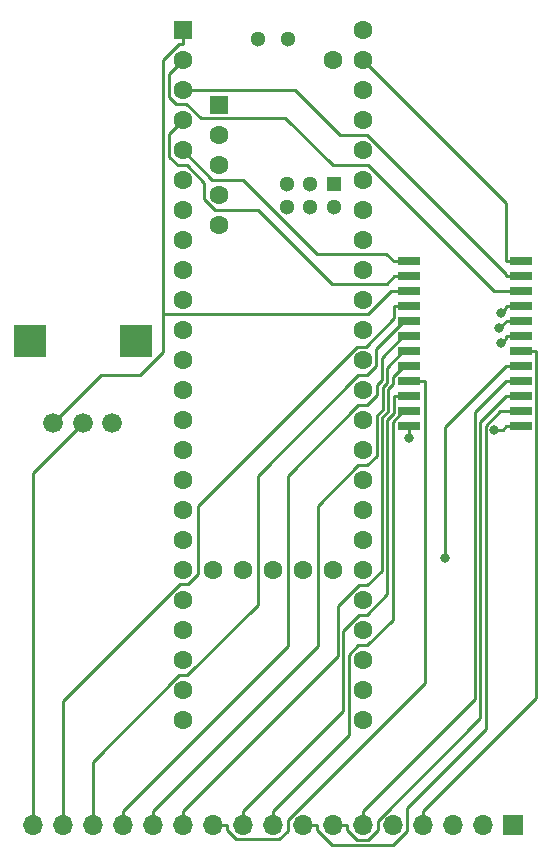
<source format=gbr>
%TF.GenerationSoftware,KiCad,Pcbnew,7.0.2-0*%
%TF.CreationDate,2023-11-12T18:20:12-05:00*%
%TF.ProjectId,Mux Module CD74HCT4067M,4d757820-4d6f-4647-956c-652043443734,rev?*%
%TF.SameCoordinates,Original*%
%TF.FileFunction,Copper,L1,Top*%
%TF.FilePolarity,Positive*%
%FSLAX46Y46*%
G04 Gerber Fmt 4.6, Leading zero omitted, Abs format (unit mm)*
G04 Created by KiCad (PCBNEW 7.0.2-0) date 2023-11-12 18:20:12*
%MOMM*%
%LPD*%
G01*
G04 APERTURE LIST*
%TA.AperFunction,SMDPad,CuDef*%
%ADD10R,1.950000X0.650000*%
%TD*%
%TA.AperFunction,ComponentPad*%
%ADD11C,1.600000*%
%TD*%
%TA.AperFunction,ComponentPad*%
%ADD12R,1.600000X1.600000*%
%TD*%
%TA.AperFunction,ComponentPad*%
%ADD13R,1.300000X1.300000*%
%TD*%
%TA.AperFunction,ComponentPad*%
%ADD14C,1.300000*%
%TD*%
%TA.AperFunction,ComponentPad*%
%ADD15C,1.676400*%
%TD*%
%TA.AperFunction,ComponentPad*%
%ADD16R,2.800000X2.800000*%
%TD*%
%TA.AperFunction,ComponentPad*%
%ADD17R,1.700000X1.700000*%
%TD*%
%TA.AperFunction,ComponentPad*%
%ADD18O,1.700000X1.700000*%
%TD*%
%TA.AperFunction,ViaPad*%
%ADD19C,0.800000*%
%TD*%
%TA.AperFunction,Conductor*%
%ADD20C,0.250000*%
%TD*%
G04 APERTURE END LIST*
D10*
%TO.P,IC1,1,COMMON_INPUT/OUTPUT*%
%TO.N,Common I{slash}O*%
X170880600Y-60209100D03*
%TO.P,IC1,2,I7*%
%TO.N,i7*%
X170880600Y-58939100D03*
%TO.P,IC1,3,I6*%
%TO.N,i6*%
X170880600Y-57669100D03*
%TO.P,IC1,4,I5*%
%TO.N,i5*%
X170880600Y-56399100D03*
%TO.P,IC1,5,I4*%
%TO.N,i4*%
X170880600Y-55129100D03*
%TO.P,IC1,6,I3*%
%TO.N,i3*%
X170880600Y-53859100D03*
%TO.P,IC1,7,I2*%
%TO.N,i2*%
X170880600Y-52589100D03*
%TO.P,IC1,8,I1*%
%TO.N,i1*%
X170880600Y-51319100D03*
%TO.P,IC1,9,I0*%
%TO.N,i0*%
X170880600Y-50049100D03*
%TO.P,IC1,10,S0*%
%TO.N,S0*%
X170880600Y-48779100D03*
%TO.P,IC1,11,S1*%
%TO.N,S1*%
X170880600Y-47509100D03*
%TO.P,IC1,12,GND*%
%TO.N,GND*%
X170880600Y-46239100D03*
%TO.P,IC1,13,S3*%
%TO.N,S3*%
X161430600Y-46239100D03*
%TO.P,IC1,14,S2*%
%TO.N,S2*%
X161430600Y-47509100D03*
%TO.P,IC1,15,~{E}*%
%TO.N,GND*%
X161430600Y-48779100D03*
%TO.P,IC1,16,I15*%
%TO.N,i15*%
X161430600Y-50049100D03*
%TO.P,IC1,17,I14*%
%TO.N,i14*%
X161430600Y-51319100D03*
%TO.P,IC1,18,I13*%
%TO.N,i13*%
X161430600Y-52589100D03*
%TO.P,IC1,19,I12*%
%TO.N,i12*%
X161430600Y-53859100D03*
%TO.P,IC1,20,I11*%
%TO.N,i11*%
X161430600Y-55129100D03*
%TO.P,IC1,21,I10*%
%TO.N,i10*%
X161430600Y-56399100D03*
%TO.P,IC1,22,I9*%
%TO.N,i9*%
X161430600Y-57669100D03*
%TO.P,IC1,23,I8*%
%TO.N,i8*%
X161430600Y-58939100D03*
%TO.P,IC1,24,VCC*%
%TO.N,+3.3V*%
X161430600Y-60209100D03*
%TD*%
D11*
%TO.P,U1,49,VUSB*%
%TO.N,unconnected-(U1-VUSB-Pad49)*%
X154940000Y-29210000D03*
%TO.P,U1,59,GND*%
%TO.N,unconnected-(U1-GND-Pad59)*%
X145290800Y-43129200D03*
%TO.P,U1,58,GND*%
%TO.N,unconnected-(U1-GND-Pad58)*%
X145290800Y-40589200D03*
%TO.P,U1,57,D+*%
%TO.N,unconnected-(U1-D+-Pad57)*%
X145290800Y-38049200D03*
%TO.P,U1,56,D-*%
%TO.N,unconnected-(U1-D--Pad56)*%
X145290800Y-35509200D03*
D12*
%TO.P,U1,55,5V*%
%TO.N,unconnected-(U1-5V-Pad55)*%
X145290800Y-32969200D03*
D11*
%TO.P,U1,48,VIN*%
%TO.N,unconnected-(U1-VIN-Pad48)*%
X157480000Y-26670000D03*
%TO.P,U1,47,GND*%
%TO.N,GND*%
X157480000Y-29210000D03*
%TO.P,U1,46,3V3*%
%TO.N,+3.3V*%
X157480000Y-31750000D03*
%TO.P,U1,45,23_A9_CRX1_MCLK1*%
%TO.N,unconnected-(U1-23_A9_CRX1_MCLK1-Pad45)*%
X157480000Y-34290000D03*
%TO.P,U1,44,22_A8_CTX1*%
%TO.N,unconnected-(U1-22_A8_CTX1-Pad44)*%
X157480000Y-36830000D03*
%TO.P,U1,43,21_A7_RX5_BCLK1*%
%TO.N,unconnected-(U1-21_A7_RX5_BCLK1-Pad43)*%
X157480000Y-39370000D03*
%TO.P,U1,42,20_A6_TX5_LRCLK1*%
%TO.N,unconnected-(U1-20_A6_TX5_LRCLK1-Pad42)*%
X157480000Y-41910000D03*
%TO.P,U1,41,19_A5_SCL*%
%TO.N,unconnected-(U1-19_A5_SCL-Pad41)*%
X157480000Y-44450000D03*
%TO.P,U1,40,18_A4_SDA*%
%TO.N,unconnected-(U1-18_A4_SDA-Pad40)*%
X157480000Y-46990000D03*
%TO.P,U1,39,17_A3_TX4_SDA1*%
%TO.N,unconnected-(U1-17_A3_TX4_SDA1-Pad39)*%
X157480000Y-49530000D03*
%TO.P,U1,38,16_A2_RX4_SCL1*%
%TO.N,unconnected-(U1-16_A2_RX4_SCL1-Pad38)*%
X157480000Y-52070000D03*
%TO.P,U1,37,15_A1_RX3_SPDIF_IN*%
%TO.N,unconnected-(U1-15_A1_RX3_SPDIF_IN-Pad37)*%
X157480000Y-54610000D03*
%TO.P,U1,36,14_A0_TX3_SPDIF_OUT*%
%TO.N,Common I{slash}O*%
X157480000Y-57150000D03*
%TO.P,U1,35,13_SCK_LED*%
%TO.N,unconnected-(U1-13_SCK_LED-Pad35)*%
X157480000Y-59690000D03*
D12*
%TO.P,U1,1,GND*%
%TO.N,GND*%
X142240000Y-26670000D03*
D11*
%TO.P,U1,2,0_RX1_CRX2_CS1*%
%TO.N,S0*%
X142240000Y-29210000D03*
%TO.P,U1,3,1_TX1_CTX2_MISO1*%
%TO.N,S1*%
X142240000Y-31750000D03*
%TO.P,U1,4,2_OUT2*%
%TO.N,S2*%
X142240000Y-34290000D03*
%TO.P,U1,5,3_LRCLK2*%
%TO.N,S3*%
X142240000Y-36830000D03*
%TO.P,U1,6,4_BCLK2*%
%TO.N,unconnected-(U1-4_BCLK2-Pad6)*%
X142240000Y-39370000D03*
%TO.P,U1,7,5_IN2*%
%TO.N,unconnected-(U1-5_IN2-Pad7)*%
X142240000Y-41910000D03*
%TO.P,U1,8,6_OUT1D*%
%TO.N,unconnected-(U1-6_OUT1D-Pad8)*%
X142240000Y-44450000D03*
%TO.P,U1,9,7_RX2_OUT1A*%
%TO.N,unconnected-(U1-7_RX2_OUT1A-Pad9)*%
X142240000Y-46990000D03*
%TO.P,U1,10,8_TX2_IN1*%
%TO.N,unconnected-(U1-8_TX2_IN1-Pad10)*%
X142240000Y-49530000D03*
%TO.P,U1,11,9_OUT1C*%
%TO.N,unconnected-(U1-9_OUT1C-Pad11)*%
X142240000Y-52070000D03*
%TO.P,U1,12,10_CS_MQSR*%
%TO.N,unconnected-(U1-10_CS_MQSR-Pad12)*%
X142240000Y-54610000D03*
%TO.P,U1,13,11_MOSI_CTX1*%
%TO.N,unconnected-(U1-11_MOSI_CTX1-Pad13)*%
X142240000Y-57150000D03*
%TO.P,U1,34,GND*%
%TO.N,GND*%
X157480000Y-62230000D03*
%TO.P,U1,33,41_A17*%
%TO.N,unconnected-(U1-41_A17-Pad33)*%
X157480000Y-64770000D03*
%TO.P,U1,32,40_A16*%
%TO.N,unconnected-(U1-40_A16-Pad32)*%
X157480000Y-67310000D03*
%TO.P,U1,31,39_MISO1_OUT1A*%
%TO.N,unconnected-(U1-39_MISO1_OUT1A-Pad31)*%
X157480000Y-69850000D03*
%TO.P,U1,30,38_CS1_IN1*%
%TO.N,unconnected-(U1-38_CS1_IN1-Pad30)*%
X157480000Y-72390000D03*
%TO.P,U1,29,37_CS*%
%TO.N,unconnected-(U1-37_CS-Pad29)*%
X157480000Y-74930000D03*
%TO.P,U1,28,36_CS*%
%TO.N,unconnected-(U1-36_CS-Pad28)*%
X157480000Y-77470000D03*
%TO.P,U1,27,35_TX8*%
%TO.N,unconnected-(U1-35_TX8-Pad27)*%
X157480000Y-80010000D03*
%TO.P,U1,26,34_RX8*%
%TO.N,unconnected-(U1-34_RX8-Pad26)*%
X157480000Y-82550000D03*
%TO.P,U1,25,33_MCLK2*%
%TO.N,unconnected-(U1-33_MCLK2-Pad25)*%
X157480000Y-85090000D03*
%TO.P,U1,24,32_OUT1B*%
%TO.N,unconnected-(U1-32_OUT1B-Pad24)*%
X142240000Y-85090000D03*
%TO.P,U1,23,31_CTX3*%
%TO.N,unconnected-(U1-31_CTX3-Pad23)*%
X142240000Y-82550000D03*
%TO.P,U1,22,30_CRX3*%
%TO.N,unconnected-(U1-30_CRX3-Pad22)*%
X142240000Y-80010000D03*
%TO.P,U1,21,29_TX7*%
%TO.N,unconnected-(U1-29_TX7-Pad21)*%
X142240000Y-77470000D03*
%TO.P,U1,14,12_MISO_MQSL*%
%TO.N,unconnected-(U1-12_MISO_MQSL-Pad14)*%
X142240000Y-59690000D03*
%TO.P,U1,15,3V3*%
%TO.N,+3.3V*%
X142240000Y-62230000D03*
%TO.P,U1,16,24_A10_TX6_SCL2*%
%TO.N,unconnected-(U1-24_A10_TX6_SCL2-Pad16)*%
X142240000Y-64770000D03*
%TO.P,U1,20,28_RX7*%
%TO.N,unconnected-(U1-28_RX7-Pad20)*%
X142240000Y-74930000D03*
%TO.P,U1,19,27_A13_SCK1*%
%TO.N,unconnected-(U1-27_A13_SCK1-Pad19)*%
X142240000Y-72390000D03*
%TO.P,U1,18,26_A12_MOSI1*%
%TO.N,unconnected-(U1-26_A12_MOSI1-Pad18)*%
X142240000Y-69850000D03*
%TO.P,U1,17,25_A11_RX6_SDA2*%
%TO.N,unconnected-(U1-25_A11_RX6_SDA2-Pad17)*%
X142240000Y-67310000D03*
D13*
%TO.P,U1,60,R+*%
%TO.N,unconnected-(U1-R+-Pad60)*%
X155041600Y-39640000D03*
D14*
%TO.P,U1,65,R-*%
%TO.N,unconnected-(U1-R--Pad65)*%
X155041600Y-41640000D03*
%TO.P,U1,61,LED*%
%TO.N,unconnected-(U1-LED-Pad61)*%
X153041600Y-39640000D03*
%TO.P,U1,64,GND*%
%TO.N,unconnected-(U1-GND-Pad64)*%
X153041600Y-41640000D03*
%TO.P,U1,63,T+*%
%TO.N,unconnected-(U1-T+-Pad63)*%
X151041600Y-41640000D03*
%TO.P,U1,62,T-*%
%TO.N,unconnected-(U1-T--Pad62)*%
X151041600Y-39640000D03*
D11*
%TO.P,U1,50,VBAT*%
%TO.N,unconnected-(U1-VBAT-Pad50)*%
X144780000Y-72390000D03*
%TO.P,U1,51,3V3*%
%TO.N,unconnected-(U1-3V3-Pad51)*%
X147320000Y-72390000D03*
%TO.P,U1,52,GND*%
%TO.N,unconnected-(U1-GND-Pad52)*%
X149860000Y-72390000D03*
%TO.P,U1,53,PROGRAM*%
%TO.N,unconnected-(U1-PROGRAM-Pad53)*%
X152400000Y-72390000D03*
%TO.P,U1,54,ON_OFF*%
%TO.N,unconnected-(U1-ON_OFF-Pad54)*%
X154940000Y-72390000D03*
D14*
%TO.P,U1,67,D+*%
%TO.N,unconnected-(U1-D+-Pad67)*%
X148590000Y-27400000D03*
%TO.P,U1,66,D-*%
%TO.N,unconnected-(U1-D--Pad66)*%
X151130000Y-27400000D03*
%TD*%
D15*
%TO.P,R1,1,A*%
%TO.N,GND*%
X131277400Y-59932400D03*
%TO.P,R1,2,S*%
%TO.N,Net-(J2-Pin_17)*%
X133777400Y-59932400D03*
%TO.P,R1,3,E*%
%TO.N,+3.3V*%
X136277400Y-59932400D03*
D16*
%TO.P,R1,M1*%
%TO.N,N/C*%
X138277400Y-52932400D03*
%TO.P,R1,M2*%
X129277400Y-52932400D03*
%TD*%
D17*
%TO.P,J2,1,Pin_1*%
%TO.N,i0*%
X170180000Y-93980000D03*
D18*
%TO.P,J2,2,Pin_2*%
%TO.N,i1*%
X167640000Y-93980000D03*
%TO.P,J2,3,Pin_3*%
%TO.N,i2*%
X165100000Y-93980000D03*
%TO.P,J2,4,Pin_4*%
%TO.N,i3*%
X162560000Y-93980000D03*
%TO.P,J2,5,Pin_5*%
%TO.N,i4*%
X160020000Y-93980000D03*
%TO.P,J2,6,Pin_6*%
%TO.N,i5*%
X157480000Y-93980000D03*
%TO.P,J2,7,Pin_7*%
%TO.N,i6*%
X154940000Y-93980000D03*
%TO.P,J2,8,Pin_8*%
%TO.N,i7*%
X152400000Y-93980000D03*
%TO.P,J2,9,Pin_9*%
%TO.N,i8*%
X149860000Y-93980000D03*
%TO.P,J2,10,Pin_10*%
%TO.N,i9*%
X147320000Y-93980000D03*
%TO.P,J2,11,Pin_11*%
%TO.N,i10*%
X144780000Y-93980000D03*
%TO.P,J2,12,Pin_12*%
%TO.N,i11*%
X142240000Y-93980000D03*
%TO.P,J2,13,Pin_13*%
%TO.N,i12*%
X139700000Y-93980000D03*
%TO.P,J2,14,Pin_14*%
%TO.N,i13*%
X137160000Y-93980000D03*
%TO.P,J2,15,Pin_15*%
%TO.N,i14*%
X134620000Y-93980000D03*
%TO.P,J2,16,Pin_16*%
%TO.N,i15*%
X132080000Y-93980000D03*
%TO.P,J2,17,Pin_17*%
%TO.N,Net-(J2-Pin_17)*%
X129540000Y-93980000D03*
%TD*%
D19*
%TO.N,Common I{slash}O*%
X168622700Y-60472700D03*
%TO.N,+3.3V*%
X161430600Y-61163800D03*
%TO.N,i4*%
X164453100Y-71351900D03*
%TO.N,i2*%
X169220900Y-53131400D03*
%TO.N,i1*%
X169056700Y-51887700D03*
%TO.N,i0*%
X169159500Y-50582600D03*
%TD*%
D20*
%TO.N,S3*%
X159480400Y-45589000D02*
X160130500Y-46239100D01*
X153611500Y-45589000D02*
X159480400Y-45589000D01*
X147341700Y-39319200D02*
X153611500Y-45589000D01*
X144729200Y-39319200D02*
X147341700Y-39319200D01*
X142240000Y-36830000D02*
X144729200Y-39319200D01*
X161430600Y-46239100D02*
X160130500Y-46239100D01*
%TO.N,S2*%
X159510700Y-48128900D02*
X160130500Y-47509100D01*
X154889500Y-48128900D02*
X159510700Y-48128900D01*
X148619800Y-41859200D02*
X154889500Y-48128900D01*
X144957200Y-41859200D02*
X148619800Y-41859200D01*
X144023000Y-40925000D02*
X144957200Y-41859200D01*
X144023000Y-39554400D02*
X144023000Y-40925000D01*
X142568600Y-38100000D02*
X144023000Y-39554400D01*
X141846700Y-38100000D02*
X142568600Y-38100000D01*
X141100600Y-37353900D02*
X141846700Y-38100000D01*
X141100600Y-35429400D02*
X141100600Y-37353900D01*
X142240000Y-34290000D02*
X141100600Y-35429400D01*
X161430600Y-47509100D02*
X160130500Y-47509100D01*
%TO.N,S1*%
X169580500Y-47264600D02*
X169580500Y-47509100D01*
X157875900Y-35560000D02*
X169580500Y-47264600D01*
X155588600Y-35560000D02*
X157875900Y-35560000D01*
X151778600Y-31750000D02*
X155588600Y-35560000D01*
X142240000Y-31750000D02*
X151778600Y-31750000D01*
X170880600Y-47509100D02*
X169580500Y-47509100D01*
%TO.N,S0*%
X168587600Y-48779100D02*
X170880600Y-48779100D01*
X157908500Y-38100000D02*
X168587600Y-48779100D01*
X154933700Y-38100000D02*
X157908500Y-38100000D01*
X150928100Y-34094400D02*
X154933700Y-38100000D01*
X143759400Y-34094400D02*
X150928100Y-34094400D01*
X142540200Y-32875200D02*
X143759400Y-34094400D01*
X141696800Y-32875200D02*
X142540200Y-32875200D01*
X141100600Y-32279000D02*
X141696800Y-32875200D01*
X141100600Y-30349400D02*
X141100600Y-32279000D01*
X142240000Y-29210000D02*
X141100600Y-30349400D01*
%TO.N,Common I{slash}O*%
X170880600Y-60209100D02*
X169580500Y-60209100D01*
X169316900Y-60472700D02*
X168622700Y-60472700D01*
X169580500Y-60209100D02*
X169316900Y-60472700D01*
%TO.N,+3.3V*%
X161430600Y-61163800D02*
X161430600Y-60209100D01*
%TO.N,GND*%
X142240000Y-26670000D02*
X142240000Y-27795100D01*
X141958700Y-27795100D02*
X142240000Y-27795100D01*
X140578000Y-29175800D02*
X141958700Y-27795100D01*
X140578000Y-50673700D02*
X140578000Y-29175800D01*
X140578000Y-53927700D02*
X140578000Y-50673700D01*
X138625700Y-55880000D02*
X140578000Y-53927700D01*
X135329800Y-55880000D02*
X138625700Y-55880000D01*
X131277400Y-59932400D02*
X135329800Y-55880000D01*
X159828500Y-48779100D02*
X161430600Y-48779100D01*
X157933900Y-50673700D02*
X159828500Y-48779100D01*
X140578000Y-50673700D02*
X157933900Y-50673700D01*
X169580500Y-41310500D02*
X169580500Y-46239100D01*
X157480000Y-29210000D02*
X169580500Y-41310500D01*
X170880600Y-46239100D02*
X169580500Y-46239100D01*
%TO.N,Net-(J2-Pin_17)*%
X129540000Y-64169800D02*
X133777400Y-59932400D01*
X129540000Y-93980000D02*
X129540000Y-64169800D01*
%TO.N,i15*%
X160130500Y-51060700D02*
X160130500Y-50049100D01*
X157712000Y-53479200D02*
X160130500Y-51060700D01*
X156993900Y-53479200D02*
X157712000Y-53479200D01*
X143510000Y-66963100D02*
X156993900Y-53479200D01*
X143510000Y-72724700D02*
X143510000Y-66963100D01*
X142719500Y-73515200D02*
X143510000Y-72724700D01*
X141996200Y-73515200D02*
X142719500Y-73515200D01*
X132080000Y-83431400D02*
X141996200Y-73515200D01*
X132080000Y-93980000D02*
X132080000Y-83431400D01*
X161430600Y-50049100D02*
X160130500Y-50049100D01*
%TO.N,i14*%
X160935600Y-51319100D02*
X161430600Y-51319100D01*
X158605200Y-53649500D02*
X160935600Y-51319100D01*
X158605200Y-55124000D02*
X158605200Y-53649500D01*
X157849200Y-55880000D02*
X158605200Y-55124000D01*
X157093100Y-55880000D02*
X157849200Y-55880000D01*
X148590000Y-64383100D02*
X157093100Y-55880000D01*
X148590000Y-75297100D02*
X148590000Y-64383100D01*
X142607100Y-81280000D02*
X148590000Y-75297100D01*
X141917500Y-81280000D02*
X142607100Y-81280000D01*
X134620000Y-88577500D02*
X141917500Y-81280000D01*
X134620000Y-93980000D02*
X134620000Y-88577500D01*
%TO.N,i13*%
X137160000Y-93980000D02*
X137160000Y-92804900D01*
X160898700Y-52589100D02*
X161430600Y-52589100D01*
X159072000Y-54415800D02*
X160898700Y-52589100D01*
X159072000Y-56313800D02*
X159072000Y-54415800D01*
X158701400Y-56684400D02*
X159072000Y-56313800D01*
X158701400Y-57540100D02*
X158701400Y-56684400D01*
X157821500Y-58420000D02*
X158701400Y-57540100D01*
X157081100Y-58420000D02*
X157821500Y-58420000D01*
X151130000Y-64371100D02*
X157081100Y-58420000D01*
X151130000Y-78834900D02*
X151130000Y-64371100D01*
X137160000Y-92804900D02*
X151130000Y-78834900D01*
%TO.N,i12*%
X139700000Y-93980000D02*
X139700000Y-92804900D01*
X153670000Y-78834900D02*
X139700000Y-92804900D01*
X153670000Y-66923500D02*
X153670000Y-78834900D01*
X157093500Y-63500000D02*
X153670000Y-66923500D01*
X157849400Y-63500000D02*
X157093500Y-63500000D01*
X158674000Y-62675400D02*
X157849400Y-63500000D01*
X158674000Y-59251800D02*
X158674000Y-62675400D01*
X159151500Y-58774300D02*
X158674000Y-59251800D01*
X159151500Y-56870900D02*
X159151500Y-58774300D01*
X159522200Y-56500200D02*
X159151500Y-56870900D01*
X159522200Y-55230800D02*
X159522200Y-56500200D01*
X160893900Y-53859100D02*
X159522200Y-55230800D01*
X161430600Y-53859100D02*
X160893900Y-53859100D01*
%TO.N,i11*%
X142240000Y-93980000D02*
X142240000Y-92804900D01*
X155390000Y-79654900D02*
X142240000Y-92804900D01*
X155390000Y-75422600D02*
X155390000Y-79654900D01*
X157152600Y-73660000D02*
X155390000Y-75422600D01*
X157879000Y-73660000D02*
X157152600Y-73660000D01*
X159124100Y-72414900D02*
X157879000Y-73660000D01*
X159124100Y-59438300D02*
X159124100Y-72414900D01*
X159601600Y-58960800D02*
X159124100Y-59438300D01*
X159601600Y-57057400D02*
X159601600Y-58960800D01*
X160051700Y-56607300D02*
X159601600Y-57057400D01*
X160051700Y-56007000D02*
X160051700Y-56607300D01*
X160929600Y-55129100D02*
X160051700Y-56007000D01*
X161430600Y-55129100D02*
X160929600Y-55129100D01*
%TO.N,i10*%
X162730700Y-81908200D02*
X162730700Y-56399100D01*
X151130000Y-93508900D02*
X162730700Y-81908200D01*
X151130000Y-94442100D02*
X151130000Y-93508900D01*
X150403100Y-95169000D02*
X151130000Y-94442100D01*
X146776900Y-95169000D02*
X150403100Y-95169000D01*
X145955100Y-94347200D02*
X146776900Y-95169000D01*
X145955100Y-93980000D02*
X145955100Y-94347200D01*
X144780000Y-93980000D02*
X145955100Y-93980000D01*
X161430600Y-56399100D02*
X162730700Y-56399100D01*
%TO.N,i9*%
X161430600Y-57669100D02*
X160130500Y-57669100D01*
X147320000Y-93980000D02*
X147320000Y-92804900D01*
X155840100Y-84284800D02*
X147320000Y-92804900D01*
X155840100Y-77518700D02*
X155840100Y-84284800D01*
X157158800Y-76200000D02*
X155840100Y-77518700D01*
X157801700Y-76200000D02*
X157158800Y-76200000D01*
X159574200Y-74427500D02*
X157801700Y-76200000D01*
X159574200Y-59624800D02*
X159574200Y-74427500D01*
X160130500Y-59068500D02*
X159574200Y-59624800D01*
X160130500Y-57669100D02*
X160130500Y-59068500D01*
%TO.N,i8*%
X149860000Y-93980000D02*
X149860000Y-92804900D01*
X156290200Y-86374700D02*
X149860000Y-92804900D01*
X156290200Y-79553800D02*
X156290200Y-86374700D01*
X157104000Y-78740000D02*
X156290200Y-79553800D01*
X157854700Y-78740000D02*
X157104000Y-78740000D01*
X160024300Y-76570400D02*
X157854700Y-78740000D01*
X160024300Y-59811300D02*
X160024300Y-76570400D01*
X160896500Y-58939100D02*
X160024300Y-59811300D01*
X161430600Y-58939100D02*
X160896500Y-58939100D01*
%TO.N,i7*%
X152400000Y-93980000D02*
X153575100Y-93980000D01*
X170880600Y-58939100D02*
X169580500Y-58939100D01*
X153575100Y-94347200D02*
X153575100Y-93980000D01*
X154863500Y-95635600D02*
X153575100Y-94347200D01*
X160038000Y-95635600D02*
X154863500Y-95635600D01*
X161195200Y-94478400D02*
X160038000Y-95635600D01*
X161195200Y-92499000D02*
X161195200Y-94478400D01*
X167897600Y-85796600D02*
X161195200Y-92499000D01*
X167897600Y-60172400D02*
X167897600Y-85796600D01*
X169130900Y-58939100D02*
X167897600Y-60172400D01*
X169580500Y-58939100D02*
X169130900Y-58939100D01*
%TO.N,i6*%
X154940000Y-93980000D02*
X156115100Y-93980000D01*
X170880600Y-57669100D02*
X169580500Y-57669100D01*
X156115100Y-94347200D02*
X156115100Y-93980000D01*
X156953300Y-95185400D02*
X156115100Y-94347200D01*
X157943100Y-95185400D02*
X156953300Y-95185400D01*
X158750000Y-94378500D02*
X157943100Y-95185400D01*
X158750000Y-93588000D02*
X158750000Y-94378500D01*
X167447500Y-84890500D02*
X158750000Y-93588000D01*
X167447500Y-59802100D02*
X167447500Y-84890500D01*
X169580500Y-57669100D02*
X167447500Y-59802100D01*
%TO.N,i5*%
X170880600Y-56399100D02*
X169580500Y-56399100D01*
X157480000Y-93980000D02*
X157480000Y-92804900D01*
X166997400Y-83287500D02*
X157480000Y-92804900D01*
X166997400Y-58982200D02*
X166997400Y-83287500D01*
X169580500Y-56399100D02*
X166997400Y-58982200D01*
%TO.N,i4*%
X164453100Y-60256500D02*
X169580500Y-55129100D01*
X164453100Y-71351900D02*
X164453100Y-60256500D01*
X170880600Y-55129100D02*
X169580500Y-55129100D01*
%TO.N,i3*%
X172180700Y-83184200D02*
X172180700Y-53859100D01*
X162560000Y-92804900D02*
X172180700Y-83184200D01*
X162560000Y-93980000D02*
X162560000Y-92804900D01*
X170880600Y-53859100D02*
X172180700Y-53859100D01*
%TO.N,i2*%
X169580500Y-52771800D02*
X169580500Y-52589100D01*
X169220900Y-53131400D02*
X169580500Y-52771800D01*
X170880600Y-52589100D02*
X169580500Y-52589100D01*
%TO.N,i1*%
X169580500Y-51363900D02*
X169056700Y-51887700D01*
X169580500Y-51319100D02*
X169580500Y-51363900D01*
X170880600Y-51319100D02*
X169580500Y-51319100D01*
%TO.N,i0*%
X169580500Y-50161600D02*
X169580500Y-50049100D01*
X169159500Y-50582600D02*
X169580500Y-50161600D01*
X170880600Y-50049100D02*
X169580500Y-50049100D01*
%TD*%
M02*

</source>
